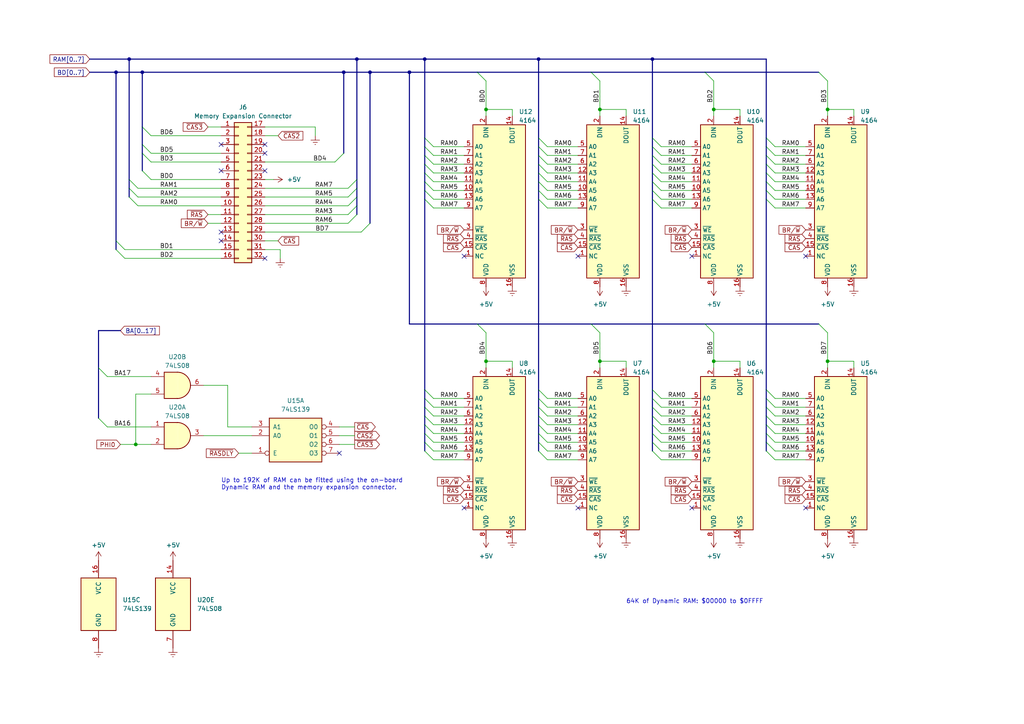
<source format=kicad_sch>
(kicad_sch (version 20230121) (generator eeschema)
  (paper "A4")
  (title_block (title "Dick Smith Cat - Motherboard") (date "1984") (company "Video Technology Ltd.") (comment 2 "Schematic Redrawn by Rhys Weatherley") (comment 3 "Dynamic RAM"))
  (lib_symbols
    (symbol "74xx:74LS08" (pin_names (offset 1.016))
      (property "Reference" "U" (at 0 1.27 0))
      (property "Value" "74LS08" (at 0 -1.27 0))
      (symbol "74LS08_1_1"
        (arc (start 0 -3.81) (mid 3.7934 0) (end 0 3.81) (stroke (width 0.254)) (fill (type background)))
        (polyline (pts (xy 0 3.81) (xy -3.81 3.81) (xy -3.81 -3.81) (xy 0 -3.81)) (stroke (width 0.254)) (fill (type background)))
        (pin input line (at -7.62 2.54 0) (length 3.81) (name "~") (number "1"))
        (pin input line (at -7.62 -2.54 0) (length 3.81) (name "~") (number "2"))
        (pin output line (at 7.62 0 180) (length 3.81) (name "~") (number "3"))
      )
      (symbol "74LS08_1_2"
        (arc (start -3.81 -3.81) (mid -2.589 0) (end -3.81 3.81) (stroke (width 0.254)))
        (arc (start -0.6096 -3.81) (mid 2.1842 -2.5851) (end 3.81 0) (stroke (width 0.254)) (fill (type background)))
        (polyline (pts (xy -3.81 -3.81) (xy -0.635 -3.81)) (stroke (width 0.254)) (fill (type background)))
        (polyline (pts (xy -3.81 3.81) (xy -0.635 3.81)) (stroke (width 0.254)) (fill (type background)))
        (polyline (pts (xy -0.635 3.81) (xy -3.81 3.81) (xy -3.81 3.81) (xy -3.556 3.4036) (xy -3.0226 2.2606) (xy -2.6924 1.0414) (xy -2.6162 -0.254) (xy -2.7686 -1.4986) (xy -3.175 -2.7178) (xy -3.81 -3.81) (xy -3.81 -3.81) (xy -0.635 -3.81)) (stroke (width -25.4)) (fill (type background)))
        (arc (start 3.81 0) (mid 2.1915 2.5936) (end -0.6096 3.81) (stroke (width 0.254)) (fill (type background)))
        (pin input inverted (at -7.62 2.54 0) (length 4.318) (name "~") (number "1"))
        (pin input inverted (at -7.62 -2.54 0) (length 4.318) (name "~") (number "2"))
        (pin output inverted (at 7.62 0 180) (length 3.81) (name "~") (number "3"))
      )
      (symbol "74LS08_2_1"
        (arc (start 0 -3.81) (mid 3.7934 0) (end 0 3.81) (stroke (width 0.254)) (fill (type background)))
        (polyline (pts (xy 0 3.81) (xy -3.81 3.81) (xy -3.81 -3.81) (xy 0 -3.81)) (stroke (width 0.254)) (fill (type background)))
        (pin input line (at -7.62 2.54 0) (length 3.81) (name "~") (number "4"))
        (pin input line (at -7.62 -2.54 0) (length 3.81) (name "~") (number "5"))
        (pin output line (at 7.62 0 180) (length 3.81) (name "~") (number "6"))
      )
      (symbol "74LS08_2_2"
        (arc (start -3.81 -3.81) (mid -2.589 0) (end -3.81 3.81) (stroke (width 0.254)))
        (arc (start -0.6096 -3.81) (mid 2.1842 -2.5851) (end 3.81 0) (stroke (width 0.254)) (fill (type background)))
        (polyline (pts (xy -3.81 -3.81) (xy -0.635 -3.81)) (stroke (width 0.254)) (fill (type background)))
        (polyline (pts (xy -3.81 3.81) (xy -0.635 3.81)) (stroke (width 0.254)) (fill (type background)))
        (polyline (pts (xy -0.635 3.81) (xy -3.81 3.81) (xy -3.81 3.81) (xy -3.556 3.4036) (xy -3.0226 2.2606) (xy -2.6924 1.0414) (xy -2.6162 -0.254) (xy -2.7686 -1.4986) (xy -3.175 -2.7178) (xy -3.81 -3.81) (xy -3.81 -3.81) (xy -0.635 -3.81)) (stroke (width -25.4)) (fill (type background)))
        (arc (start 3.81 0) (mid 2.1915 2.5936) (end -0.6096 3.81) (stroke (width 0.254)) (fill (type background)))
        (pin input inverted (at -7.62 2.54 0) (length 4.318) (name "~") (number "4"))
        (pin input inverted (at -7.62 -2.54 0) (length 4.318) (name "~") (number "5"))
        (pin output inverted (at 7.62 0 180) (length 3.81) (name "~") (number "6"))
      )
      (symbol "74LS08_3_1"
        (arc (start 0 -3.81) (mid 3.7934 0) (end 0 3.81) (stroke (width 0.254)) (fill (type background)))
        (polyline (pts (xy 0 3.81) (xy -3.81 3.81) (xy -3.81 -3.81) (xy 0 -3.81)) (stroke (width 0.254)) (fill (type background)))
        (pin input line (at -7.62 -2.54 0) (length 3.81) (name "~") (number "10"))
        (pin output line (at 7.62 0 180) (length 3.81) (name "~") (number "8"))
        (pin input line (at -7.62 2.54 0) (length 3.81) (name "~") (number "9"))
      )
      (symbol "74LS08_3_2"
        (arc (start -3.81 -3.81) (mid -2.589 0) (end -3.81 3.81) (stroke (width 0.254)))
        (arc (start -0.6096 -3.81) (mid 2.1842 -2.5851) (end 3.81 0) (stroke (width 0.254)) (fill (type background)))
        (polyline (pts (xy -3.81 -3.81) (xy -0.635 -3.81)) (stroke (width 0.254)) (fill (type background)))
        (polyline (pts (xy -3.81 3.81) (xy -0.635 3.81)) (stroke (width 0.254)) (fill (type background)))
        (polyline (pts (xy -0.635 3.81) (xy -3.81 3.81) (xy -3.81 3.81) (xy -3.556 3.4036) (xy -3.0226 2.2606) (xy -2.6924 1.0414) (xy -2.6162 -0.254) (xy -2.7686 -1.4986) (xy -3.175 -2.7178) (xy -3.81 -3.81) (xy -3.81 -3.81) (xy -0.635 -3.81)) (stroke (width -25.4)) (fill (type background)))
        (arc (start 3.81 0) (mid 2.1915 2.5936) (end -0.6096 3.81) (stroke (width 0.254)) (fill (type background)))
        (pin input inverted (at -7.62 -2.54 0) (length 4.318) (name "~") (number "10"))
        (pin output inverted (at 7.62 0 180) (length 3.81) (name "~") (number "8"))
        (pin input inverted (at -7.62 2.54 0) (length 4.318) (name "~") (number "9"))
      )
      (symbol "74LS08_4_1"
        (arc (start 0 -3.81) (mid 3.7934 0) (end 0 3.81) (stroke (width 0.254)) (fill (type background)))
        (polyline (pts (xy 0 3.81) (xy -3.81 3.81) (xy -3.81 -3.81) (xy 0 -3.81)) (stroke (width 0.254)) (fill (type background)))
        (pin output line (at 7.62 0 180) (length 3.81) (name "~") (number "11"))
        (pin input line (at -7.62 2.54 0) (length 3.81) (name "~") (number "12"))
        (pin input line (at -7.62 -2.54 0) (length 3.81) (name "~") (number "13"))
      )
      (symbol "74LS08_4_2"
        (arc (start -3.81 -3.81) (mid -2.589 0) (end -3.81 3.81) (stroke (width 0.254)))
        (arc (start -0.6096 -3.81) (mid 2.1842 -2.5851) (end 3.81 0) (stroke (width 0.254)) (fill (type background)))
        (polyline (pts (xy -3.81 -3.81) (xy -0.635 -3.81)) (stroke (width 0.254)) (fill (type background)))
        (polyline (pts (xy -3.81 3.81) (xy -0.635 3.81)) (stroke (width 0.254)) (fill (type background)))
        (polyline (pts (xy -0.635 3.81) (xy -3.81 3.81) (xy -3.81 3.81) (xy -3.556 3.4036) (xy -3.0226 2.2606) (xy -2.6924 1.0414) (xy -2.6162 -0.254) (xy -2.7686 -1.4986) (xy -3.175 -2.7178) (xy -3.81 -3.81) (xy -3.81 -3.81) (xy -0.635 -3.81)) (stroke (width -25.4)) (fill (type background)))
        (arc (start 3.81 0) (mid 2.1915 2.5936) (end -0.6096 3.81) (stroke (width 0.254)) (fill (type background)))
        (pin output inverted (at 7.62 0 180) (length 3.81) (name "~") (number "11"))
        (pin input inverted (at -7.62 2.54 0) (length 4.318) (name "~") (number "12"))
        (pin input inverted (at -7.62 -2.54 0) (length 4.318) (name "~") (number "13"))
      )
      (symbol "74LS08_5_0"
        (pin power_in line (at 0 12.7 270) (length 5.08) (name "VCC") (number "14"))
        (pin power_in line (at 0 -12.7 90) (length 5.08) (name "GND") (number "7"))
      )
      (symbol "74LS08_5_1"
        (rectangle (start -5.08 7.62) (end 5.08 -7.62) (stroke (width 0.254)) (fill (type background)))
      )
    )
    (symbol "74xx:74LS139" (pin_names (offset 1.016))
      (property "Reference" "U" (at -7.62 8.89 0))
      (property "Value" "74LS139" (at -7.62 -8.89 0))
      (symbol "74LS139_1_0"
        (pin input inverted (at -12.7 -5.08 0) (length 5.08) (name "E") (number "1"))
        (pin input line (at -12.7 0 0) (length 5.08) (name "A0") (number "2"))
        (pin input line (at -12.7 2.54 0) (length 5.08) (name "A1") (number "3"))
        (pin output inverted (at 12.7 2.54 180) (length 5.08) (name "O0") (number "4"))
        (pin output inverted (at 12.7 0 180) (length 5.08) (name "O1") (number "5"))
        (pin output inverted (at 12.7 -2.54 180) (length 5.08) (name "O2") (number "6"))
        (pin output inverted (at 12.7 -5.08 180) (length 5.08) (name "O3") (number "7"))
      )
      (symbol "74LS139_1_1"
        (rectangle (start -7.62 5.08) (end 7.62 -7.62) (stroke (width 0.254)) (fill (type background)))
      )
      (symbol "74LS139_2_0"
        (pin output inverted (at 12.7 -2.54 180) (length 5.08) (name "O2") (number "10"))
        (pin output inverted (at 12.7 0 180) (length 5.08) (name "O1") (number "11"))
        (pin output inverted (at 12.7 2.54 180) (length 5.08) (name "O0") (number "12"))
        (pin input line (at -12.7 2.54 0) (length 5.08) (name "A1") (number "13"))
        (pin input line (at -12.7 0 0) (length 5.08) (name "A0") (number "14"))
        (pin input inverted (at -12.7 -5.08 0) (length 5.08) (name "E") (number "15"))
        (pin output inverted (at 12.7 -5.08 180) (length 5.08) (name "O3") (number "9"))
      )
      (symbol "74LS139_2_1"
        (rectangle (start -7.62 5.08) (end 7.62 -7.62) (stroke (width 0.254)) (fill (type background)))
      )
      (symbol "74LS139_3_0"
        (pin power_in line (at 0 12.7 270) (length 5.08) (name "VCC") (number "16"))
        (pin power_in line (at 0 -12.7 90) (length 5.08) (name "GND") (number "8"))
      )
      (symbol "74LS139_3_1"
        (rectangle (start -5.08 7.62) (end 5.08 -7.62) (stroke (width 0.254)) (fill (type background)))
      )
    )
    (symbol "Connector_Generic:Conn_02x16_Top_Bottom" (pin_names (offset 1.016) hide)
      (property "Reference" "J" (at 1.27 20.32 0))
      (property "Value" "Conn_02x16_Top_Bottom" (at 1.27 -22.86 0))
      (symbol "Conn_02x16_Top_Bottom_1_1"
        (rectangle (start -1.27 -20.193) (end 0 -20.447) (stroke (width 0.1524)))
        (rectangle (start -1.27 -17.653) (end 0 -17.907) (stroke (width 0.1524)))
        (rectangle (start -1.27 -15.113) (end 0 -15.367) (stroke (width 0.1524)))
        (rectangle (start -1.27 -12.573) (end 0 -12.827) (stroke (width 0.1524)))
        (rectangle (start -1.27 -10.033) (end 0 -10.287) (stroke (width 0.1524)))
        (rectangle (start -1.27 -7.493) (end 0 -7.747) (stroke (width 0.1524)))
        (rectangle (start -1.27 -4.953) (end 0 -5.207) (stroke (width 0.1524)))
        (rectangle (start -1.27 -2.413) (end 0 -2.667) (stroke (width 0.1524)))
        (rectangle (start -1.27 0.127) (end 0 -0.127) (stroke (width 0.1524)))
        (rectangle (start -1.27 2.667) (end 0 2.413) (stroke (width 0.1524)))
        (rectangle (start -1.27 5.207) (end 0 4.953) (stroke (width 0.1524)))
        (rectangle (start -1.27 7.747) (end 0 7.493) (stroke (width 0.1524)))
        (rectangle (start -1.27 10.287) (end 0 10.033) (stroke (width 0.1524)))
        (rectangle (start -1.27 12.827) (end 0 12.573) (stroke (width 0.1524)))
        (rectangle (start -1.27 15.367) (end 0 15.113) (stroke (width 0.1524)))
        (rectangle (start -1.27 17.907) (end 0 17.653) (stroke (width 0.1524)))
        (rectangle (start -1.27 19.05) (end 3.81 -21.59) (stroke (width 0.254)) (fill (type background)))
        (rectangle (start 3.81 -20.193) (end 2.54 -20.447) (stroke (width 0.1524)))
        (rectangle (start 3.81 -17.653) (end 2.54 -17.907) (stroke (width 0.1524)))
        (rectangle (start 3.81 -15.113) (end 2.54 -15.367) (stroke (width 0.1524)))
        (rectangle (start 3.81 -12.573) (end 2.54 -12.827) (stroke (width 0.1524)))
        (rectangle (start 3.81 -10.033) (end 2.54 -10.287) (stroke (width 0.1524)))
        (rectangle (start 3.81 -7.493) (end 2.54 -7.747) (stroke (width 0.1524)))
        (rectangle (start 3.81 -4.953) (end 2.54 -5.207) (stroke (width 0.1524)))
        (rectangle (start 3.81 -2.413) (end 2.54 -2.667) (stroke (width 0.1524)))
        (rectangle (start 3.81 0.127) (end 2.54 -0.127) (stroke (width 0.1524)))
        (rectangle (start 3.81 2.667) (end 2.54 2.413) (stroke (width 0.1524)))
        (rectangle (start 3.81 5.207) (end 2.54 4.953) (stroke (width 0.1524)))
        (rectangle (start 3.81 7.747) (end 2.54 7.493) (stroke (width 0.1524)))
        (rectangle (start 3.81 10.287) (end 2.54 10.033) (stroke (width 0.1524)))
        (rectangle (start 3.81 12.827) (end 2.54 12.573) (stroke (width 0.1524)))
        (rectangle (start 3.81 15.367) (end 2.54 15.113) (stroke (width 0.1524)))
        (rectangle (start 3.81 17.907) (end 2.54 17.653) (stroke (width 0.1524)))
        (pin passive line (at -5.08 17.78 0) (length 3.81) (name "Pin_1") (number "1"))
        (pin passive line (at -5.08 -5.08 0) (length 3.81) (name "Pin_10") (number "10"))
        (pin passive line (at -5.08 -7.62 0) (length 3.81) (name "Pin_11") (number "11"))
        (pin passive line (at -5.08 -10.16 0) (length 3.81) (name "Pin_12") (number "12"))
        (pin passive line (at -5.08 -12.7 0) (length 3.81) (name "Pin_13") (number "13"))
        (pin passive line (at -5.08 -15.24 0) (length 3.81) (name "Pin_14") (number "14"))
        (pin passive line (at -5.08 -17.78 0) (length 3.81) (name "Pin_15") (number "15"))
        (pin passive line (at -5.08 -20.32 0) (length 3.81) (name "Pin_16") (number "16"))
        (pin passive line (at 7.62 17.78 180) (length 3.81) (name "Pin_17") (number "17"))
        (pin passive line (at 7.62 15.24 180) (length 3.81) (name "Pin_18") (number "18"))
        (pin passive line (at 7.62 12.7 180) (length 3.81) (name "Pin_19") (number "19"))
        (pin passive line (at -5.08 15.24 0) (length 3.81) (name "Pin_2") (number "2"))
        (pin passive line (at 7.62 10.16 180) (length 3.81) (name "Pin_20") (number "20"))
        (pin passive line (at 7.62 7.62 180) (length 3.81) (name "Pin_21") (number "21"))
        (pin passive line (at 7.62 5.08 180) (length 3.81) (name "Pin_22") (number "22"))
        (pin passive line (at 7.62 2.54 180) (length 3.81) (name "Pin_23") (number "23"))
        (pin passive line (at 7.62 0 180) (length 3.81) (name "Pin_24") (number "24"))
        (pin passive line (at 7.62 -2.54 180) (length 3.81) (name "Pin_25") (number "25"))
        (pin passive line (at 7.62 -5.08 180) (length 3.81) (name "Pin_26") (number "26"))
        (pin passive line (at 7.62 -7.62 180) (length 3.81) (name "Pin_27") (number "27"))
        (pin passive line (at 7.62 -10.16 180) (length 3.81) (name "Pin_28") (number "28"))
        (pin passive line (at 7.62 -12.7 180) (length 3.81) (name "Pin_29") (number "29"))
        (pin passive line (at -5.08 12.7 0) (length 3.81) (name "Pin_3") (number "3"))
        (pin passive line (at 7.62 -15.24 180) (length 3.81) (name "Pin_30") (number "30"))
        (pin passive line (at 7.62 -17.78 180) (length 3.81) (name "Pin_31") (number "31"))
        (pin passive line (at 7.62 -20.32 180) (length 3.81) (name "Pin_32") (number "32"))
        (pin passive line (at -5.08 10.16 0) (length 3.81) (name "Pin_4") (number "4"))
        (pin passive line (at -5.08 7.62 0) (length 3.81) (name "Pin_5") (number "5"))
        (pin passive line (at -5.08 5.08 0) (length 3.81) (name "Pin_6") (number "6"))
        (pin passive line (at -5.08 2.54 0) (length 3.81) (name "Pin_7") (number "7"))
        (pin passive line (at -5.08 0 0) (length 3.81) (name "Pin_8") (number "8"))
        (pin passive line (at -5.08 -2.54 0) (length 3.81) (name "Pin_9") (number "9"))
      )
    )
    (symbol "Dynamic_RAM_4164:4164"
      (property "Reference" "U" (at 6.35 2.54 0))
      (property "Value" "4164" (at 7.62 0 0))
      (symbol "4164_1_1"
        (rectangle (start -7.62 -1.27) (end 7.62 -45.72) (stroke (width 0.25)) (fill (type background)))
        (pin output line (at -10.16 -39.37 0) (length 2.54) (name "NC") (number "1"))
        (pin input line (at -10.16 -20.32 0) (length 2.54) (name "A5") (number "10"))
        (pin input line (at -10.16 -17.78 0) (length 2.54) (name "A4") (number "11"))
        (pin input line (at -10.16 -15.24 0) (length 2.54) (name "A3") (number "12"))
        (pin input line (at -10.16 -22.86 0) (length 2.54) (name "A6") (number "13"))
        (pin output line (at 3.81 1.27 270) (length 2.54) (name "DOUT") (number "14"))
        (pin input line (at -10.16 -36.83 0) (length 2.54) (name "~{CAS}") (number "15"))
        (pin power_in line (at 3.81 -48.26 90) (length 2.54) (name "VSS") (number "16"))
        (pin input line (at -3.81 1.27 270) (length 2.54) (name "DIN") (number "2"))
        (pin input line (at -10.16 -31.75 0) (length 2.54) (name "~{WE}") (number "3"))
        (pin input line (at -10.16 -34.29 0) (length 2.54) (name "~{RAS}") (number "4"))
        (pin input line (at -10.16 -7.62 0) (length 2.54) (name "A0") (number "5"))
        (pin input line (at -10.16 -12.7 0) (length 2.54) (name "A2") (number "6"))
        (pin input line (at -10.16 -10.16 0) (length 2.54) (name "A1") (number "7"))
        (pin power_in line (at -3.81 -48.26 90) (length 2.54) (name "VDD") (number "8"))
        (pin input line (at -10.16 -25.4 0) (length 2.54) (name "A7") (number "9"))
      )
    )
    (symbol "power:+5V" (power) (pin_names (offset 0))
      (property "Value" "+5V" (at 0 3.556 0))
      (symbol "+5V_0_1"
        (polyline (pts (xy -0.762 1.27) (xy 0 2.54)))
        (polyline (pts (xy 0 0) (xy 0 2.54)))
        (polyline (pts (xy 0 2.54) (xy 0.762 1.27)))
      )
      (symbol "+5V_1_1"
        (pin power_in line (at 0 0 90) (length 0) hide (name "+5V") (number "1"))
      )
    )
    (symbol "power:Earth" (power) (pin_names (offset 0))
      (symbol "Earth_0_1"
        (polyline (pts (xy -0.635 -1.905) (xy 0.635 -1.905)))
        (polyline (pts (xy -0.127 -2.54) (xy 0.127 -2.54)))
        (polyline (pts (xy 0 -1.27) (xy 0 0)))
        (polyline (pts (xy 1.27 -1.27) (xy -1.27 -1.27)))
      )
      (symbol "Earth_1_1"
        (pin power_in line (at 0 0 270) (length 0) hide (name "Earth") (number "1"))
      )
    )
  )
  (junction (at 189.23 17.145))
  (junction (at 207.01 104.775))
  (junction (at 37.465 17.145))
  (junction (at 173.99 31.75))
  (junction (at 41.275 20.955))
  (junction (at 140.97 31.75))
  (junction (at 240.03 31.75))
  (junction (at 140.97 104.775))
  (junction (at 207.01 31.75))
  (junction (at 107.315 20.955))
  (junction (at 156.21 17.145))
  (junction (at 103.505 17.145))
  (junction (at 118.745 20.955))
  (junction (at 99.695 20.955))
  (junction (at 33.655 20.955))
  (junction (at 39.37 128.905))
  (junction (at 173.99 104.775))
  (junction (at 240.03 104.775))
  (junction (at 123.19 17.145))
  (no_connect (at 200.66 147.32))
  (no_connect (at 134.62 147.32))
  (no_connect (at 233.68 147.32))
  (no_connect (at 64.135 69.85))
  (no_connect (at 64.135 41.91))
  (no_connect (at 233.68 74.295))
  (no_connect (at 98.425 131.445))
  (no_connect (at 64.135 49.53))
  (no_connect (at 76.835 44.45))
  (no_connect (at 76.835 41.91))
  (no_connect (at 167.64 74.295))
  (no_connect (at 64.135 67.31))
  (no_connect (at 76.835 49.53))
  (no_connect (at 167.64 147.32))
  (no_connect (at 200.66 74.295))
  (no_connect (at 76.835 74.93))
  (no_connect (at 134.62 74.295))
  (bus_entry (at 37.465 52.07) (size 2.54 2.54))
  (bus_entry (at 189.23 123.19) (size 2.54 2.54))
  (bus_entry (at 156.21 40.005) (size 2.54 2.54))
  (bus_entry (at 103.505 59.69) (size -2.54 2.54))
  (bus_entry (at 123.19 45.085) (size 2.54 2.54))
  (bus_entry (at 156.21 123.19) (size 2.54 2.54))
  (bus_entry (at 189.23 115.57) (size 2.54 2.54))
  (bus_entry (at 28.575 121.285) (size 2.54 2.54))
  (bus_entry (at 222.25 113.03) (size 2.54 2.54))
  (bus_entry (at 156.21 125.73) (size 2.54 2.54))
  (bus_entry (at 33.655 72.39) (size 2.54 2.54))
  (bus_entry (at 103.505 57.15) (size -2.54 2.54))
  (bus_entry (at 97.155 46.99) (size 2.54 -2.54))
  (bus_entry (at 222.25 45.085) (size 2.54 2.54))
  (bus_entry (at 222.25 42.545) (size 2.54 2.54))
  (bus_entry (at 37.465 57.15) (size 2.54 2.54))
  (bus_entry (at 123.19 118.11) (size 2.54 2.54))
  (bus_entry (at 28.575 106.68) (size 2.54 2.54))
  (bus_entry (at 123.19 40.005) (size 2.54 2.54))
  (bus_entry (at 123.19 123.19) (size 2.54 2.54))
  (bus_entry (at 222.25 128.27) (size 2.54 2.54))
  (bus_entry (at 37.465 54.61) (size 2.54 2.54))
  (bus_entry (at 156.21 52.705) (size 2.54 2.54))
  (bus_entry (at 222.25 130.81) (size 2.54 2.54))
  (bus_entry (at 237.49 93.98) (size 2.54 2.54))
  (bus_entry (at 41.275 44.45) (size 2.54 2.54))
  (bus_entry (at 123.19 115.57) (size 2.54 2.54))
  (bus_entry (at 189.23 128.27) (size 2.54 2.54))
  (bus_entry (at 222.25 118.11) (size 2.54 2.54))
  (bus_entry (at 41.275 41.91) (size 2.54 2.54))
  (bus_entry (at 156.21 42.545) (size 2.54 2.54))
  (bus_entry (at 123.19 128.27) (size 2.54 2.54))
  (bus_entry (at 222.25 125.73) (size 2.54 2.54))
  (bus_entry (at 41.275 36.83) (size 2.54 2.54))
  (bus_entry (at 189.23 42.545) (size 2.54 2.54))
  (bus_entry (at 123.19 52.705) (size 2.54 2.54))
  (bus_entry (at 156.21 115.57) (size 2.54 2.54))
  (bus_entry (at 189.23 52.705) (size 2.54 2.54))
  (bus_entry (at 222.25 123.19) (size 2.54 2.54))
  (bus_entry (at 189.23 55.245) (size 2.54 2.54))
  (bus_entry (at 189.23 125.73) (size 2.54 2.54))
  (bus_entry (at 156.21 47.625) (size 2.54 2.54))
  (bus_entry (at 107.315 64.77) (size -2.54 2.54))
  (bus_entry (at 123.19 47.625) (size 2.54 2.54))
  (bus_entry (at 156.21 118.11) (size 2.54 2.54))
  (bus_entry (at 156.21 113.03) (size 2.54 2.54))
  (bus_entry (at 222.25 47.625) (size 2.54 2.54))
  (bus_entry (at 138.43 20.955) (size 2.54 2.54))
  (bus_entry (at 222.25 120.65) (size 2.54 2.54))
  (bus_entry (at 103.505 52.07) (size -2.54 2.54))
  (bus_entry (at 123.19 120.65) (size 2.54 2.54))
  (bus_entry (at 156.21 45.085) (size 2.54 2.54))
  (bus_entry (at 222.25 57.785) (size 2.54 2.54))
  (bus_entry (at 222.25 40.005) (size 2.54 2.54))
  (bus_entry (at 156.21 57.785) (size 2.54 2.54))
  (bus_entry (at 103.505 54.61) (size -2.54 2.54))
  (bus_entry (at 103.505 62.23) (size -2.54 2.54))
  (bus_entry (at 189.23 120.65) (size 2.54 2.54))
  (bus_entry (at 189.23 45.085) (size 2.54 2.54))
  (bus_entry (at 189.23 47.625) (size 2.54 2.54))
  (bus_entry (at 123.19 130.81) (size 2.54 2.54))
  (bus_entry (at 222.25 52.705) (size 2.54 2.54))
  (bus_entry (at 189.23 113.03) (size 2.54 2.54))
  (bus_entry (at 189.23 40.005) (size 2.54 2.54))
  (bus_entry (at 138.43 93.98) (size 2.54 2.54))
  (bus_entry (at 123.19 113.03) (size 2.54 2.54))
  (bus_entry (at 156.21 130.81) (size 2.54 2.54))
  (bus_entry (at 156.21 55.245) (size 2.54 2.54))
  (bus_entry (at 156.21 120.65) (size 2.54 2.54))
  (bus_entry (at 171.45 20.955) (size 2.54 2.54))
  (bus_entry (at 237.49 20.955) (size 2.54 2.54))
  (bus_entry (at 171.45 93.98) (size 2.54 2.54))
  (bus_entry (at 123.19 55.245) (size 2.54 2.54))
  (bus_entry (at 123.19 57.785) (size 2.54 2.54))
  (bus_entry (at 222.25 115.57) (size 2.54 2.54))
  (bus_entry (at 204.47 20.955) (size 2.54 2.54))
  (bus_entry (at 156.21 50.165) (size 2.54 2.54))
  (bus_entry (at 123.19 42.545) (size 2.54 2.54))
  (bus_entry (at 189.23 50.165) (size 2.54 2.54))
  (bus_entry (at 41.275 49.53) (size 2.54 2.54))
  (bus_entry (at 123.19 50.165) (size 2.54 2.54))
  (bus_entry (at 222.25 50.165) (size 2.54 2.54))
  (bus_entry (at 33.655 69.85) (size 2.54 2.54))
  (bus_entry (at 222.25 55.245) (size 2.54 2.54))
  (bus_entry (at 189.23 57.785) (size 2.54 2.54))
  (bus_entry (at 189.23 118.11) (size 2.54 2.54))
  (bus_entry (at 156.21 128.27) (size 2.54 2.54))
  (bus_entry (at 204.47 93.98) (size 2.54 2.54))
  (bus_entry (at 123.19 125.73) (size 2.54 2.54))
  (bus_entry (at 189.23 130.81) (size 2.54 2.54))
  (bus (pts (xy 103.505 59.69) (xy 103.505 62.23)))
  (wire (pts (xy 224.79 123.19) (xy 233.68 123.19)))
  (bus (pts (xy 103.505 57.15) (xy 103.505 59.69)))
  (bus (pts (xy 123.19 115.57) (xy 123.19 118.11)))
  (wire (pts (xy 158.75 133.35) (xy 167.64 133.35)))
  (bus (pts (xy 189.23 47.625) (xy 189.23 50.165)))
  (wire (pts (xy 158.75 45.085) (xy 167.64 45.085)))
  (bus (pts (xy 123.19 47.625) (xy 123.19 50.165)))
  (wire (pts (xy 224.79 55.245) (xy 233.68 55.245)))
  (wire (pts (xy 191.77 130.81) (xy 200.66 130.81)))
  (wire (pts (xy 60.325 62.23) (xy 64.135 62.23)))
  (wire (pts (xy 224.79 42.545) (xy 233.68 42.545)))
  (bus (pts (xy 138.43 20.955) (xy 171.45 20.955)))
  (bus (pts (xy 204.47 93.98) (xy 237.49 93.98)))
  (wire (pts (xy 125.73 123.19) (xy 134.62 123.19)))
  (wire (pts (xy 158.75 57.785) (xy 167.64 57.785)))
  (wire (pts (xy 224.79 133.35) (xy 233.68 133.35)))
  (wire (pts (xy 224.79 47.625) (xy 233.68 47.625)))
  (bus (pts (xy 123.19 120.65) (xy 123.19 123.19)))
  (wire (pts (xy 207.01 31.75) (xy 214.63 31.75)))
  (bus (pts (xy 28.575 106.68) (xy 28.575 121.285)))
  (wire (pts (xy 125.73 55.245) (xy 134.62 55.245)))
  (wire (pts (xy 191.77 57.785) (xy 200.66 57.785)))
  (bus (pts (xy 41.275 20.955) (xy 41.275 36.83)))
  (bus (pts (xy 26.035 20.955) (xy 33.655 20.955)))
  (wire (pts (xy 224.79 57.785) (xy 233.68 57.785)))
  (wire (pts (xy 43.815 44.45) (xy 64.135 44.45)))
  (bus (pts (xy 156.21 120.65) (xy 156.21 123.19)))
  (wire (pts (xy 191.77 50.165) (xy 200.66 50.165)))
  (wire (pts (xy 158.75 118.11) (xy 167.64 118.11)))
  (bus (pts (xy 222.25 123.19) (xy 222.25 125.73)))
  (bus (pts (xy 41.275 36.83) (xy 41.275 41.91)))
  (wire (pts (xy 125.73 115.57) (xy 134.62 115.57)))
  (wire (pts (xy 36.195 74.93) (xy 64.135 74.93)))
  (bus (pts (xy 156.21 42.545) (xy 156.21 45.085)))
  (bus (pts (xy 222.25 115.57) (xy 222.25 118.11)))
  (wire (pts (xy 59.055 126.365) (xy 73.025 126.365)))
  (wire (pts (xy 125.73 57.785) (xy 134.62 57.785)))
  (bus (pts (xy 156.21 52.705) (xy 156.21 55.245)))
  (bus (pts (xy 41.275 41.91) (xy 41.275 44.45)))
  (bus (pts (xy 204.47 20.955) (xy 237.49 20.955)))
  (wire (pts (xy 191.77 125.73) (xy 200.66 125.73)))
  (wire (pts (xy 43.815 46.99) (xy 64.135 46.99)))
  (wire (pts (xy 125.73 45.085) (xy 134.62 45.085)))
  (bus (pts (xy 222.25 120.65) (xy 222.25 123.19)))
  (bus (pts (xy 222.25 50.165) (xy 222.25 52.705)))
  (wire (pts (xy 60.325 36.83) (xy 64.135 36.83)))
  (wire (pts (xy 224.79 130.81) (xy 233.68 130.81)))
  (wire (pts (xy 76.835 69.85) (xy 80.645 69.85)))
  (wire (pts (xy 191.77 120.65) (xy 200.66 120.65)))
  (wire (pts (xy 247.65 106.68) (xy 247.65 104.775)))
  (wire (pts (xy 173.99 104.775) (xy 173.99 106.68)))
  (bus (pts (xy 222.25 125.73) (xy 222.25 128.27)))
  (bus (pts (xy 156.21 45.085) (xy 156.21 47.625)))
  (wire (pts (xy 224.79 45.085) (xy 233.68 45.085)))
  (wire (pts (xy 181.61 33.655) (xy 181.61 31.75)))
  (bus (pts (xy 156.21 55.245) (xy 156.21 57.785)))
  (wire (pts (xy 76.835 52.07) (xy 79.375 52.07)))
  (wire (pts (xy 80.645 39.37) (xy 76.835 39.37)))
  (wire (pts (xy 81.28 72.39) (xy 76.835 72.39)))
  (wire (pts (xy 240.03 31.75) (xy 247.65 31.75)))
  (bus (pts (xy 107.315 20.955) (xy 118.745 20.955)))
  (bus (pts (xy 123.19 17.145) (xy 156.21 17.145)))
  (wire (pts (xy 125.73 118.11) (xy 134.62 118.11)))
  (bus (pts (xy 103.505 17.145) (xy 123.19 17.145)))
  (wire (pts (xy 173.99 31.75) (xy 173.99 33.655)))
  (bus (pts (xy 156.21 17.145) (xy 156.21 40.005)))
  (wire (pts (xy 240.03 23.495) (xy 240.03 31.75)))
  (bus (pts (xy 222.25 57.785) (xy 222.25 113.03)))
  (bus (pts (xy 107.315 20.955) (xy 107.315 64.77)))
  (bus (pts (xy 222.25 42.545) (xy 222.25 45.085)))
  (bus (pts (xy 156.21 125.73) (xy 156.21 128.27)))
  (wire (pts (xy 224.79 52.705) (xy 233.68 52.705)))
  (wire (pts (xy 39.37 114.3) (xy 39.37 128.905)))
  (bus (pts (xy 156.21 50.165) (xy 156.21 52.705)))
  (wire (pts (xy 158.75 125.73) (xy 167.64 125.73)))
  (wire (pts (xy 98.425 128.905) (xy 102.87 128.905)))
  (wire (pts (xy 191.77 60.325) (xy 200.66 60.325)))
  (wire (pts (xy 207.01 23.495) (xy 207.01 31.75)))
  (bus (pts (xy 189.23 17.145) (xy 189.23 40.005)))
  (wire (pts (xy 158.75 128.27) (xy 167.64 128.27)))
  (bus (pts (xy 189.23 45.085) (xy 189.23 47.625)))
  (bus (pts (xy 123.19 42.545) (xy 123.19 45.085)))
  (wire (pts (xy 224.79 120.65) (xy 233.68 120.65)))
  (wire (pts (xy 224.79 128.27) (xy 233.68 128.27)))
  (wire (pts (xy 125.73 125.73) (xy 134.62 125.73)))
  (bus (pts (xy 118.745 20.955) (xy 118.745 93.98)))
  (bus (pts (xy 189.23 57.785) (xy 189.23 113.03)))
  (wire (pts (xy 173.99 96.52) (xy 173.99 104.775)))
  (wire (pts (xy 40.005 59.69) (xy 64.135 59.69)))
  (wire (pts (xy 73.025 123.825) (xy 66.04 123.825)))
  (wire (pts (xy 66.04 123.825) (xy 66.04 111.76)))
  (bus (pts (xy 222.25 128.27) (xy 222.25 130.81)))
  (bus (pts (xy 189.23 42.545) (xy 189.23 45.085)))
  (wire (pts (xy 40.005 57.15) (xy 64.135 57.15)))
  (bus (pts (xy 26.035 17.145) (xy 37.465 17.145)))
  (wire (pts (xy 214.63 106.68) (xy 214.63 104.775)))
  (wire (pts (xy 76.835 59.69) (xy 100.965 59.69)))
  (wire (pts (xy 125.73 130.81) (xy 134.62 130.81)))
  (wire (pts (xy 125.73 52.705) (xy 134.62 52.705)))
  (bus (pts (xy 222.25 47.625) (xy 222.25 50.165)))
  (wire (pts (xy 224.79 118.11) (xy 233.68 118.11)))
  (bus (pts (xy 156.21 118.11) (xy 156.21 120.65)))
  (wire (pts (xy 214.63 33.655) (xy 214.63 31.75)))
  (bus (pts (xy 156.21 113.03) (xy 156.21 115.57)))
  (wire (pts (xy 31.115 123.825) (xy 43.815 123.825)))
  (bus (pts (xy 123.19 125.73) (xy 123.19 128.27)))
  (bus (pts (xy 222.25 17.145) (xy 222.25 40.005)))
  (wire (pts (xy 158.75 123.19) (xy 167.64 123.19)))
  (bus (pts (xy 123.19 57.785) (xy 123.19 113.03)))
  (wire (pts (xy 191.77 115.57) (xy 200.66 115.57)))
  (wire (pts (xy 69.215 131.445) (xy 73.025 131.445)))
  (wire (pts (xy 158.75 55.245) (xy 167.64 55.245)))
  (bus (pts (xy 189.23 40.005) (xy 189.23 42.545)))
  (wire (pts (xy 224.79 125.73) (xy 233.68 125.73)))
  (bus (pts (xy 171.45 93.98) (xy 204.47 93.98)))
  (bus (pts (xy 118.745 93.98) (xy 138.43 93.98)))
  (bus (pts (xy 123.19 40.005) (xy 123.19 42.545)))
  (wire (pts (xy 158.75 130.81) (xy 167.64 130.81)))
  (wire (pts (xy 43.815 114.3) (xy 39.37 114.3)))
  (wire (pts (xy 76.835 46.99) (xy 97.155 46.99)))
  (wire (pts (xy 43.815 52.07) (xy 64.135 52.07)))
  (bus (pts (xy 189.23 115.57) (xy 189.23 118.11)))
  (bus (pts (xy 103.505 52.07) (xy 103.505 54.61)))
  (bus (pts (xy 156.21 40.005) (xy 156.21 42.545)))
  (wire (pts (xy 191.77 118.11) (xy 200.66 118.11)))
  (wire (pts (xy 207.01 104.775) (xy 214.63 104.775)))
  (bus (pts (xy 123.19 50.165) (xy 123.19 52.705)))
  (wire (pts (xy 76.835 36.83) (xy 91.44 36.83)))
  (bus (pts (xy 28.575 95.885) (xy 28.575 106.68)))
  (bus (pts (xy 41.275 44.45) (xy 41.275 49.53)))
  (wire (pts (xy 158.75 120.65) (xy 167.64 120.65)))
  (wire (pts (xy 39.37 128.905) (xy 43.815 128.905)))
  (bus (pts (xy 99.695 20.955) (xy 107.315 20.955)))
  (wire (pts (xy 125.73 120.65) (xy 134.62 120.65)))
  (bus (pts (xy 189.23 17.145) (xy 222.25 17.145)))
  (wire (pts (xy 247.65 33.655) (xy 247.65 31.75)))
  (bus (pts (xy 123.19 55.245) (xy 123.19 57.785)))
  (bus (pts (xy 33.655 20.955) (xy 41.275 20.955)))
  (wire (pts (xy 224.79 60.325) (xy 233.68 60.325)))
  (wire (pts (xy 104.775 67.31) (xy 76.835 67.31)))
  (bus (pts (xy 123.19 113.03) (xy 123.19 115.57)))
  (bus (pts (xy 138.43 93.98) (xy 171.45 93.98)))
  (wire (pts (xy 240.03 104.775) (xy 240.03 106.68)))
  (bus (pts (xy 189.23 118.11) (xy 189.23 120.65)))
  (bus (pts (xy 189.23 55.245) (xy 189.23 57.785)))
  (bus (pts (xy 156.21 123.19) (xy 156.21 125.73)))
  (wire (pts (xy 60.325 64.77) (xy 64.135 64.77)))
  (bus (pts (xy 189.23 123.19) (xy 189.23 125.73)))
  (wire (pts (xy 76.835 64.77) (xy 100.965 64.77)))
  (wire (pts (xy 224.79 50.165) (xy 233.68 50.165)))
  (wire (pts (xy 36.195 72.39) (xy 64.135 72.39)))
  (wire (pts (xy 40.005 54.61) (xy 64.135 54.61)))
  (wire (pts (xy 173.99 31.75) (xy 181.61 31.75)))
  (wire (pts (xy 240.03 96.52) (xy 240.03 104.775)))
  (wire (pts (xy 140.97 23.495) (xy 140.97 31.75)))
  (bus (pts (xy 156.21 47.625) (xy 156.21 50.165)))
  (wire (pts (xy 158.75 42.545) (xy 167.64 42.545)))
  (wire (pts (xy 207.01 31.75) (xy 207.01 33.655)))
  (bus (pts (xy 99.695 20.955) (xy 99.695 44.45)))
  (wire (pts (xy 240.03 31.75) (xy 240.03 33.655)))
  (bus (pts (xy 156.21 17.145) (xy 189.23 17.145)))
  (wire (pts (xy 31.115 109.22) (xy 43.815 109.22)))
  (bus (pts (xy 123.19 45.085) (xy 123.19 47.625)))
  (bus (pts (xy 37.465 17.145) (xy 37.465 52.07)))
  (wire (pts (xy 173.99 104.775) (xy 181.61 104.775)))
  (wire (pts (xy 158.75 60.325) (xy 167.64 60.325)))
  (bus (pts (xy 33.655 69.85) (xy 33.655 72.39)))
  (bus (pts (xy 123.19 118.11) (xy 123.19 120.65)))
  (bus (pts (xy 189.23 128.27) (xy 189.23 130.81)))
  (bus (pts (xy 123.19 17.145) (xy 123.19 40.005)))
  (bus (pts (xy 41.275 20.955) (xy 99.695 20.955)))
  (wire (pts (xy 191.77 52.705) (xy 200.66 52.705)))
  (wire (pts (xy 125.73 47.625) (xy 134.62 47.625)))
  (wire (pts (xy 66.04 111.76) (xy 59.055 111.76)))
  (bus (pts (xy 189.23 50.165) (xy 189.23 52.705)))
  (wire (pts (xy 191.77 123.19) (xy 200.66 123.19)))
  (bus (pts (xy 189.23 120.65) (xy 189.23 123.19)))
  (bus (pts (xy 222.25 52.705) (xy 222.25 55.245)))
  (bus (pts (xy 156.21 57.785) (xy 156.21 113.03)))
  (bus (pts (xy 123.19 128.27) (xy 123.19 130.81)))
  (bus (pts (xy 37.465 17.145) (xy 103.505 17.145)))
  (wire (pts (xy 191.77 45.085) (xy 200.66 45.085)))
  (bus (pts (xy 37.465 54.61) (xy 37.465 57.15)))
  (bus (pts (xy 123.19 123.19) (xy 123.19 125.73)))
  (bus (pts (xy 222.25 45.085) (xy 222.25 47.625)))
  (bus (pts (xy 222.25 55.245) (xy 222.25 57.785)))
  (wire (pts (xy 207.01 104.775) (xy 207.01 106.68)))
  (wire (pts (xy 140.97 31.75) (xy 140.97 33.655)))
  (bus (pts (xy 222.25 113.03) (xy 222.25 115.57)))
  (wire (pts (xy 191.77 133.35) (xy 200.66 133.35)))
  (wire (pts (xy 191.77 42.545) (xy 200.66 42.545)))
  (bus (pts (xy 222.25 40.005) (xy 222.25 42.545)))
  (wire (pts (xy 81.28 74.93) (xy 81.28 72.39)))
  (wire (pts (xy 125.73 60.325) (xy 134.62 60.325)))
  (wire (pts (xy 191.77 47.625) (xy 200.66 47.625)))
  (bus (pts (xy 156.21 128.27) (xy 156.21 130.81)))
  (wire (pts (xy 98.425 126.365) (xy 102.87 126.365)))
  (bus (pts (xy 118.745 20.955) (xy 138.43 20.955)))
  (wire (pts (xy 158.75 50.165) (xy 167.64 50.165)))
  (wire (pts (xy 43.815 39.37) (xy 64.135 39.37)))
  (bus (pts (xy 37.465 52.07) (xy 37.465 54.61)))
  (wire (pts (xy 100.965 57.15) (xy 76.835 57.15)))
  (wire (pts (xy 125.73 50.165) (xy 134.62 50.165)))
  (wire (pts (xy 100.965 54.61) (xy 76.835 54.61)))
  (wire (pts (xy 125.73 133.35) (xy 134.62 133.35)))
  (wire (pts (xy 191.77 55.245) (xy 200.66 55.245)))
  (wire (pts (xy 240.03 104.775) (xy 247.65 104.775)))
  (wire (pts (xy 34.925 128.905) (xy 39.37 128.905)))
  (bus (pts (xy 103.505 54.61) (xy 103.505 57.15)))
  (bus (pts (xy 103.505 17.145) (xy 103.505 52.07)))
  (bus (pts (xy 34.925 95.885) (xy 28.575 95.885)))
  (wire (pts (xy 207.01 96.52) (xy 207.01 104.775)))
  (wire (pts (xy 76.835 62.23) (xy 100.965 62.23)))
  (bus (pts (xy 33.655 20.955) (xy 33.655 69.85)))
  (wire (pts (xy 98.425 123.825) (xy 102.87 123.825)))
  (bus (pts (xy 171.45 20.955) (xy 204.47 20.955)))
  (wire (pts (xy 224.79 115.57) (xy 233.68 115.57)))
  (wire (pts (xy 158.75 115.57) (xy 167.64 115.57)))
  (bus (pts (xy 123.19 52.705) (xy 123.19 55.245)))
  (wire (pts (xy 125.73 128.27) (xy 134.62 128.27)))
  (wire (pts (xy 158.75 52.705) (xy 167.64 52.705)))
  (wire (pts (xy 191.77 128.27) (xy 200.66 128.27)))
  (bus (pts (xy 222.25 118.11) (xy 222.25 120.65)))
  (wire (pts (xy 91.44 36.83) (xy 91.44 39.37)))
  (wire (pts (xy 158.75 47.625) (xy 167.64 47.625)))
  (wire (pts (xy 125.73 42.545) (xy 134.62 42.545)))
  (wire (pts (xy 181.61 106.68) (xy 181.61 104.775)))
  (wire (pts (xy 140.97 96.52) (xy 140.97 104.775)))
  (wire (pts (xy 140.97 104.775) (xy 140.97 106.68)))
  (wire (pts (xy 173.99 23.495) (xy 173.99 31.75)))
  (wire (pts (xy 148.59 33.655) (xy 148.59 31.75)))
  (wire (pts (xy 148.59 106.68) (xy 148.59 104.775)))
  (wire (pts (xy 140.97 31.75) (xy 148.59 31.75)))
  (bus (pts (xy 156.21 115.57) (xy 156.21 118.11)))
  (bus (pts (xy 189.23 125.73) (xy 189.23 128.27)))
  (bus (pts (xy 189.23 113.03) (xy 189.23 115.57)))
  (bus (pts (xy 189.23 52.705) (xy 189.23 55.245)))
  (wire (pts (xy 140.97 104.775) (xy 148.59 104.775)))
  (text "Up to 192K of RAM can be fitted using the on-board\nDynamic RAM and the memory expansion connector." (at 64.135 142.24 0) (effects (font (size 1.27 1.27)) (justify left bottom)))
  (text "64K of Dynamic RAM: $00000 to $0FFFF" (at 181.61 175.26 0) (effects (font (size 1.27 1.27)) (justify left bottom)))
  (label "RAM3" (at 127.635 50.165 0))
  (label "RAM4" (at 160.655 52.705 0))
  (label "RAM2" (at 226.695 120.65 0))
  (label "RAM4" (at 226.695 52.705 0))
  (label "RAM0" (at 127.635 42.545 0))
  (label "BD3" (at 240.03 29.845 90))
  (label "BA16" (at 33.02 123.825 0))
  (label "RAM7" (at 193.675 60.325 0))
  (label "BD4" (at 90.805 46.99 0))
  (label "RAM3" (at 193.675 123.19 0))
  (label "RAM1" (at 160.655 118.11 0))
  (label "RAM5" (at 160.655 128.27 0))
  (label "RAM3" (at 127.635 123.19 0))
  (label "RAM3" (at 226.695 123.19 0))
  (label "RAM0" (at 193.675 115.57 0))
  (label "RAM6" (at 193.675 57.785 0))
  (label "RAM5" (at 127.635 55.245 0))
  (label "RAM4" (at 127.635 125.73 0))
  (label "RAM6" (at 226.695 130.81 0))
  (label "BD3" (at 46.355 46.99 0))
  (label "RAM4" (at 193.675 52.705 0))
  (label "RAM6" (at 226.695 57.785 0))
  (label "BD1" (at 46.355 72.39 0))
  (label "RAM5" (at 127.635 128.27 0))
  (label "RAM3" (at 96.52 62.23 180))
  (label "RAM7" (at 127.635 133.35 0))
  (label "BA17" (at 33.02 109.22 0))
  (label "RAM1" (at 127.635 118.11 0))
  (label "RAM7" (at 160.655 133.35 0))
  (label "RAM0" (at 46.355 59.69 0))
  (label "RAM5" (at 193.675 55.245 0))
  (label "RAM5" (at 193.675 128.27 0))
  (label "RAM3" (at 160.655 123.19 0))
  (label "RAM4" (at 226.695 125.73 0))
  (label "RAM4" (at 193.675 125.73 0))
  (label "RAM3" (at 226.695 50.165 0))
  (label "RAM3" (at 160.655 50.165 0))
  (label "BD4" (at 140.97 102.87 90))
  (label "RAM0" (at 226.695 42.545 0))
  (label "RAM6" (at 127.635 57.785 0))
  (label "RAM3" (at 193.675 50.165 0))
  (label "RAM6" (at 160.655 130.81 0))
  (label "RAM6" (at 160.655 57.785 0))
  (label "RAM2" (at 193.675 120.65 0))
  (label "RAM4" (at 160.655 125.73 0))
  (label "RAM1" (at 46.355 54.61 0))
  (label "RAM5" (at 160.655 55.245 0))
  (label "RAM1" (at 226.695 118.11 0))
  (label "RAM4" (at 96.52 59.69 180))
  (label "RAM1" (at 160.655 45.085 0))
  (label "RAM1" (at 127.635 45.085 0))
  (label "RAM7" (at 127.635 60.325 0))
  (label "RAM0" (at 127.635 115.57 0))
  (label "RAM4" (at 127.635 52.705 0))
  (label "RAM5" (at 226.695 55.245 0))
  (label "RAM1" (at 193.675 45.085 0))
  (label "BD5" (at 46.355 44.45 0))
  (label "BD6" (at 46.355 39.37 0))
  (label "BD6" (at 207.01 102.87 90))
  (label "RAM0" (at 160.655 42.545 0))
  (label "RAM6" (at 193.675 130.81 0))
  (label "RAM0" (at 226.695 115.57 0))
  (label "BD7" (at 91.44 67.31 0))
  (label "RAM2" (at 46.355 57.15 0))
  (label "RAM7" (at 96.52 54.61 180))
  (label "RAM0" (at 160.655 115.57 0))
  (label "RAM2" (at 160.655 120.65 0))
  (label "RAM1" (at 193.675 118.11 0))
  (label "BD0" (at 140.97 29.845 90))
  (label "RAM7" (at 226.695 133.35 0))
  (label "RAM2" (at 127.635 47.625 0))
  (label "RAM2" (at 160.655 47.625 0))
  (label "RAM2" (at 193.675 47.625 0))
  (label "RAM2" (at 127.635 120.65 0))
  (label "BD7" (at 240.03 102.87 90))
  (label "RAM7" (at 193.675 133.35 0))
  (label "RAM2" (at 226.695 47.625 0))
  (label "BD5" (at 173.99 102.87 90))
  (label "BD1" (at 173.99 29.845 90))
  (label "RAM6" (at 127.635 130.81 0))
  (label "RAM7" (at 160.655 60.325 0))
  (label "RAM5" (at 226.695 128.27 0))
  (label "BD2" (at 207.01 29.845 90))
  (label "BD2" (at 46.355 74.93 0))
  (label "RAM0" (at 193.675 42.545 0))
  (label "RAM1" (at 226.695 45.085 0))
  (label "RAM7" (at 226.695 60.325 0))
  (label "RAM5" (at 96.52 57.15 180))
  (label "RAM6" (at 96.52 64.77 180))
  (label "BD0" (at 46.355 52.07 0))
  (global_label "BR{slash}~{W}" (shape input) (at 60.325 64.77 180) (property "Intersheetrefs" "${INTERSHEET_REFS}" (effects hide)))
  (global_label "BA[0..17]" (shape input) (at 34.925 95.885 0) (property "Intersheetrefs" "${INTERSHEET_REFS}" (effects hide)))
  (global_label "~{RAS}" (shape input) (at 233.68 69.215 180) (property "Intersheetrefs" "${INTERSHEET_REFS}" (effects hide)))
  (global_label "RAM[0..7]" (shape input) (at 26.035 17.145 180) (property "Intersheetrefs" "${INTERSHEET_REFS}" (effects hide)))
  (global_label "~{RASDLY}" (shape input) (at 69.215 131.445 180) (property "Intersheetrefs" "${INTERSHEET_REFS}" (effects hide)))
  (global_label "~{CAS}" (shape input) (at 200.66 71.755 180) (property "Intersheetrefs" "${INTERSHEET_REFS}" (effects hide)))
  (global_label "BD[0..7]" (shape input) (at 26.035 20.955 180) (property "Intersheetrefs" "${INTERSHEET_REFS}" (effects hide)))
  (global_label "BR{slash}~{W}" (shape input) (at 200.66 139.7 180) (property "Intersheetrefs" "${INTERSHEET_REFS}" (effects hide)))
  (global_label "~{RAS}" (shape input) (at 233.68 142.24 180) (property "Intersheetrefs" "${INTERSHEET_REFS}" (effects hide)))
  (global_label "~{CAS}" (shape input) (at 167.64 144.78 180) (property "Intersheetrefs" "${INTERSHEET_REFS}" (effects hide)))
  (global_label "~{CAS3}" (shape output) (at 102.87 128.905 0) (property "Intersheetrefs" "${INTERSHEET_REFS}" (effects hide)))
  (global_label "~{CAS}" (shape input) (at 167.64 71.755 180) (property "Intersheetrefs" "${INTERSHEET_REFS}" (effects hide)))
  (global_label "~{CAS3}" (shape input) (at 60.325 36.83 180) (property "Intersheetrefs" "${INTERSHEET_REFS}" (effects hide)))
  (global_label "~{CAS}" (shape input) (at 80.645 69.85 0) (property "Intersheetrefs" "${INTERSHEET_REFS}" (effects hide)))
  (global_label "~{RAS}" (shape input) (at 134.62 69.215 180) (property "Intersheetrefs" "${INTERSHEET_REFS}" (effects hide)))
  (global_label "~{CAS}" (shape input) (at 200.66 144.78 180) (property "Intersheetrefs" "${INTERSHEET_REFS}" (effects hide)))
  (global_label "BR{slash}~{W}" (shape input) (at 200.66 66.675 180) (property "Intersheetrefs" "${INTERSHEET_REFS}" (effects hide)))
  (global_label "BR{slash}~{W}" (shape input) (at 167.64 139.7 180) (property "Intersheetrefs" "${INTERSHEET_REFS}" (effects hide)))
  (global_label "BR{slash}~{W}" (shape input) (at 134.62 66.675 180) (property "Intersheetrefs" "${INTERSHEET_REFS}" (effects hide)))
  (global_label "~{CAS}" (shape input) (at 134.62 71.755 180) (property "Intersheetrefs" "${INTERSHEET_REFS}" (effects hide)))
  (global_label "BR{slash}~{W}" (shape input) (at 233.68 139.7 180) (property "Intersheetrefs" "${INTERSHEET_REFS}" (effects hide)))
  (global_label "~{RAS}" (shape input) (at 60.325 62.23 180) (property "Intersheetrefs" "${INTERSHEET_REFS}" (effects hide)))
  (global_label "PHI0" (shape input) (at 34.925 128.905 180) (property "Intersheetrefs" "${INTERSHEET_REFS}" (effects hide)))
  (global_label "BR{slash}~{W}" (shape input) (at 167.64 66.675 180) (property "Intersheetrefs" "${INTERSHEET_REFS}" (effects hide)))
  (global_label "~{RAS}" (shape input) (at 167.64 142.24 180) (property "Intersheetrefs" "${INTERSHEET_REFS}" (effects hide)))
  (global_label "~{CAS}" (shape input) (at 233.68 71.755 180) (property "Intersheetrefs" "${INTERSHEET_REFS}" (effects hide)))
  (global_label "BR{slash}~{W}" (shape input) (at 134.62 139.7 180) (property "Intersheetrefs" "${INTERSHEET_REFS}" (effects hide)))
  (global_label "~{RAS}" (shape input) (at 167.64 69.215 180) (property "Intersheetrefs" "${INTERSHEET_REFS}" (effects hide)))
  (global_label "~{RAS}" (shape input) (at 134.62 142.24 180) (property "Intersheetrefs" "${INTERSHEET_REFS}" (effects hide)))
  (global_label "~{CAS}" (shape input) (at 134.62 144.78 180) (property "Intersheetrefs" "${INTERSHEET_REFS}" (effects hide)))
  (global_label "~{CAS2}" (shape output) (at 102.87 126.365 0) (property "Intersheetrefs" "${INTERSHEET_REFS}" (effects hide)))
  (global_label "~{CAS}" (shape output) (at 102.87 123.825 0) (property "Intersheetrefs" "${INTERSHEET_REFS}" (effects hide)))
  (global_label "~{RAS}" (shape input) (at 200.66 69.215 180) (property "Intersheetrefs" "${INTERSHEET_REFS}" (effects hide)))
  (global_label "BR{slash}~{W}" (shape input) (at 233.68 66.675 180) (property "Intersheetrefs" "${INTERSHEET_REFS}" (effects hide)))
  (global_label "~{RAS}" (shape input) (at 200.66 142.24 180) (property "Intersheetrefs" "${INTERSHEET_REFS}" (effects hide)))
  (global_label "~{CAS2}" (shape input) (at 80.645 39.37 0) (property "Intersheetrefs" "${INTERSHEET_REFS}" (effects hide)))
  (global_label "~{CAS}" (shape input) (at 233.68 144.78 180) (property "Intersheetrefs" "${INTERSHEET_REFS}" (effects hide)))
  (symbol (lib_id "power:Earth") (at 81.28 74.93 0) (unit 1)
    (property "Reference" "#PWR0178" (effects hide))
    (property "Value" "Earth" (effects hide))
  )
  (symbol (lib_id "power:Earth") (at 181.61 83.185 0) (unit 1)
    (property "Reference" "#PWR042" (effects hide))
    (property "Value" "Earth" (effects hide))
  )
  (symbol (lib_id "74xx:74LS08") (at 51.435 111.76 0) (unit 2)
    (property "Reference" "U20" (at 51.4267 103.505 0))
    (property "Value" "74LS08" (at 51.4267 106.045 0))
    (property "Footprint" "Package_DIP:DIP-14_W7.62mm" (effects hide))
    (property "Datasheet" "http://www.ti.com/lit/gpn/sn74LS08" (effects hide))
  )
  (symbol (lib_id "power:+5V") (at 240.03 156.21 180) (unit 1)
    (property "Reference" "#PWR055" (effects hide))
    (property "Value" "+5V" (at 240.03 161.29 0))
  )
  (symbol (lib_id "power:Earth") (at 247.65 156.21 0) (unit 1)
    (property "Reference" "#PWR056" (effects hide))
    (property "Value" "Earth" (effects hide))
  )
  (symbol (lib_id "74xx:74LS139") (at 28.575 175.26 0) (unit 3)
    (property "Reference" "U15" (at 35.56 173.99 0) (effects (justify left)))
    (property "Value" "74LS139" (at 35.56 176.53 0) (effects (justify left)))
    (property "Footprint" "Package_DIP:DIP-16_W7.62mm" (effects hide))
    (property "Datasheet" "http://www.ti.com/lit/ds/symlink/sn74ls139a.pdf" (effects hide))
  )
  (symbol (lib_id "power:Earth") (at 148.59 83.185 0) (unit 1)
    (property "Reference" "#PWR044" (effects hide))
    (property "Value" "Earth" (effects hide))
  )
  (symbol (lib_id "power:+5V") (at 207.01 83.185 180) (unit 1)
    (property "Reference" "#PWR045" (effects hide))
    (property "Value" "+5V" (at 207.01 88.265 0))
  )
  (symbol (lib_id "power:+5V") (at 140.97 156.21 180) (unit 1)
    (property "Reference" "#PWR049" (effects hide))
    (property "Value" "+5V" (at 140.97 161.29 0))
  )
  (symbol (lib_id "74xx:74LS139") (at 85.725 126.365 0) (unit 1)
    (property "Reference" "U15" (at 85.725 116.205 0))
    (property "Value" "74LS139" (at 85.725 118.745 0))
    (property "Footprint" "Package_DIP:DIP-16_W7.62mm" (effects hide))
    (property "Datasheet" "http://www.ti.com/lit/ds/symlink/sn74ls139a.pdf" (effects hide))
  )
  (symbol (lib_id "Dynamic_RAM_4164:4164") (at 177.8 34.925 0) (unit 1)
    (property "Reference" "U11" (at 183.515 32.385 0) (effects (justify left)))
    (property "Value" "4164" (at 183.515 34.925 0) (effects (justify left)))
    (property "Footprint" "Package_DIP:DIP-16_W7.62mm" (effects hide))
  )
  (symbol (lib_id "Dynamic_RAM_4164:4164") (at 210.82 34.925 0) (unit 1)
    (property "Reference" "U10" (at 216.535 32.385 0) (effects (justify left)))
    (property "Value" "4164" (at 216.535 34.925 0) (effects (justify left)))
    (property "Footprint" "Package_DIP:DIP-16_W7.62mm" (effects hide))
  )
  (symbol (lib_id "power:Earth") (at 214.63 156.21 0) (unit 1)
    (property "Reference" "#PWR054" (effects hide))
    (property "Value" "Earth" (effects hide))
  )
  (symbol (lib_id "power:Earth") (at 214.63 83.185 0) (unit 1)
    (property "Reference" "#PWR046" (effects hide))
    (property "Value" "Earth" (effects hide))
  )
  (symbol (lib_id "Connector_Generic:Conn_02x16_Top_Bottom") (at 69.215 54.61 0) (unit 1)
    (property "Reference" "J6" (at 70.485 31.115 0))
    (property "Value" "Memory Expansion Connector" (at 70.485 33.655 0))
    (property "Footprint" "Connector_PinHeader_2.54mm:PinHeader_2x16_P2.54mm_Vertical" (effects hide))
  )
  (symbol (lib_id "power:+5V") (at 173.99 83.185 180) (unit 1)
    (property "Reference" "#PWR041" (effects hide))
    (property "Value" "+5V" (at 173.99 88.265 0))
  )
  (symbol (lib_id "power:+5V") (at 140.97 83.185 180) (unit 1)
    (property "Reference" "#PWR043" (effects hide))
    (property "Value" "+5V" (at 140.97 88.265 0))
  )
  (symbol (lib_id "power:+5V") (at 50.165 162.56 0) (unit 1)
    (property "Reference" "#PWR062" (effects hide))
    (property "Value" "+5V" (at 50.165 158.115 0))
  )
  (symbol (lib_id "Dynamic_RAM_4164:4164") (at 243.84 34.925 0) (unit 1)
    (property "Reference" "U9" (at 249.555 32.385 0) (effects (justify left)))
    (property "Value" "4164" (at 249.555 34.925 0) (effects (justify left)))
    (property "Footprint" "Package_DIP:DIP-16_W7.62mm" (effects hide))
  )
  (symbol (lib_id "power:Earth") (at 28.575 187.96 0) (unit 1)
    (property "Reference" "#PWR061" (effects hide))
    (property "Value" "Earth" (effects hide))
  )
  (symbol (lib_id "power:Earth") (at 91.44 39.37 0) (unit 1)
    (property "Reference" "#PWR0179" (effects hide))
    (property "Value" "Earth" (effects hide))
  )
  (symbol (lib_id "Dynamic_RAM_4164:4164") (at 177.8 107.95 0) (unit 1)
    (property "Reference" "U7" (at 183.515 105.41 0) (effects (justify left)))
    (property "Value" "4164" (at 183.515 107.95 0) (effects (justify left)))
    (property "Footprint" "Package_DIP:DIP-16_W7.62mm" (effects hide))
  )
  (symbol (lib_id "power:Earth") (at 148.59 156.21 0) (unit 1)
    (property "Reference" "#PWR050" (effects hide))
    (property "Value" "Earth" (effects hide))
  )
  (symbol (lib_id "power:+5V") (at 207.01 156.21 180) (unit 1)
    (property "Reference" "#PWR053" (effects hide))
    (property "Value" "+5V" (at 207.01 161.29 0))
  )
  (symbol (lib_id "Dynamic_RAM_4164:4164") (at 144.78 107.95 0) (unit 1)
    (property "Reference" "U8" (at 150.495 105.41 0) (effects (justify left)))
    (property "Value" "4164" (at 150.495 107.95 0) (effects (justify left)))
    (property "Footprint" "Package_DIP:DIP-16_W7.62mm" (effects hide))
  )
  (symbol (lib_id "power:+5V") (at 173.99 156.21 180) (unit 1)
    (property "Reference" "#PWR051" (effects hide))
    (property "Value" "+5V" (at 173.99 161.29 0))
  )
  (symbol (lib_id "power:Earth") (at 247.65 83.185 0) (unit 1)
    (property "Reference" "#PWR048" (effects hide))
    (property "Value" "Earth" (effects hide))
  )
  (symbol (lib_id "Dynamic_RAM_4164:4164") (at 210.82 107.95 0) (unit 1)
    (property "Reference" "U6" (at 216.535 105.41 0) (effects (justify left)))
    (property "Value" "4164" (at 216.535 107.95 0) (effects (justify left)))
    (property "Footprint" "Package_DIP:DIP-16_W7.62mm" (effects hide))
  )
  (symbol (lib_id "power:+5V") (at 28.575 162.56 0) (unit 1)
    (property "Reference" "#PWR060" (effects hide))
    (property "Value" "+5V" (at 28.575 158.115 0))
  )
  (symbol (lib_id "power:+5V") (at 79.375 52.07 270) (unit 1)
    (property "Reference" "#PWR0180" (effects hide))
    (property "Value" "+5V" (at 83.185 52.07 90) (effects (justify left)))
  )
  (symbol (lib_id "74xx:74LS08") (at 50.165 175.26 0) (unit 5)
    (property "Reference" "U20" (at 57.15 173.99 0) (effects (justify left)))
    (property "Value" "74LS08" (at 57.15 176.53 0) (effects (justify left)))
    (property "Footprint" "Package_DIP:DIP-14_W7.62mm" (effects hide))
    (property "Datasheet" "http://www.ti.com/lit/gpn/sn74LS08" (effects hide))
  )
  (symbol (lib_id "power:Earth") (at 50.165 187.96 0) (unit 1)
    (property "Reference" "#PWR063" (effects hide))
    (property "Value" "Earth" (effects hide))
  )
  (symbol (lib_id "Dynamic_RAM_4164:4164") (at 243.84 107.95 0) (unit 1)
    (property "Reference" "U5" (at 249.555 105.41 0) (effects (justify left)))
    (property "Value" "4164" (at 249.555 107.95 0) (effects (justify left)))
    (property "Footprint" "Package_DIP:DIP-16_W7.62mm" (effects hide))
  )
  (symbol (lib_id "74xx:74LS08") (at 51.435 126.365 0) (unit 1)
    (property "Reference" "U20" (at 51.4267 118.11 0))
    (property "Value" "74LS08" (at 51.4267 120.65 0))
    (property "Footprint" "Package_DIP:DIP-14_W7.62mm" (effects hide))
    (property "Datasheet" "http://www.ti.com/lit/gpn/sn74LS08" (effects hide))
  )
  (symbol (lib_id "power:+5V") (at 240.03 83.185 180) (unit 1)
    (property "Reference" "#PWR047" (effects hide))
    (property "Value" "+5V" (at 240.03 88.265 0))
  )
  (symbol (lib_id "Dynamic_RAM_4164:4164") (at 144.78 34.925 0) (unit 1)
    (property "Reference" "U12" (at 150.495 32.385 0) (effects (justify left)))
    (property "Value" "4164" (at 150.495 34.925 0) (effects (justify left)))
    (property "Footprint" "Package_DIP:DIP-16_W7.62mm" (effects hide))
  )
  (symbol (lib_id "power:Earth") (at 181.61 156.21 0) (unit 1)
    (property "Reference" "#PWR052" (effects hide))
    (property "Value" "Earth" (effects hide))
  )
)
</source>
